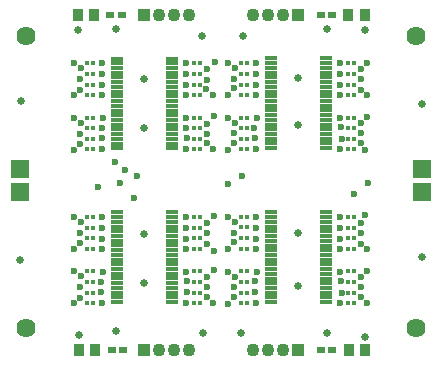
<source format=gts>
G04 Layer_Color=8388736*
%FSAX24Y24*%
%MOIN*%
G70*
G01*
G75*
%ADD27R,0.0138X0.0130*%
%ADD28R,0.0406X0.0130*%
%ADD29R,0.0354X0.0394*%
%ADD30R,0.0276X0.0236*%
%ADD31R,0.0630X0.0591*%
%ADD32C,0.0639*%
%ADD33R,0.0433X0.0433*%
%ADD34C,0.0433*%
%ADD35C,0.0236*%
%ADD36C,0.0256*%
D27*
X025403Y024117D02*
D03*
X025202D02*
D03*
X025403Y024467D02*
D03*
X025202D02*
D03*
X030537Y029246D02*
D03*
X030336D02*
D03*
X030537Y029596D02*
D03*
X030336D02*
D03*
X033926D02*
D03*
X034127D02*
D03*
X033926Y029236D02*
D03*
X034127D02*
D03*
X025403Y029243D02*
D03*
X025202D02*
D03*
X025403Y029593D02*
D03*
X025202D02*
D03*
X028792D02*
D03*
X028993D02*
D03*
X028792Y029233D02*
D03*
X028993D02*
D03*
X028792Y028883D02*
D03*
X028993D02*
D03*
X030537Y021950D02*
D03*
X030336D02*
D03*
X030537Y021600D02*
D03*
X030336D02*
D03*
X033926Y021600D02*
D03*
X034127D02*
D03*
X033926Y021950D02*
D03*
X034127D02*
D03*
X025403Y021947D02*
D03*
X025202D02*
D03*
X025403Y021597D02*
D03*
X025202D02*
D03*
X028792Y021597D02*
D03*
X028993D02*
D03*
X028792Y021947D02*
D03*
X028993D02*
D03*
X030537Y022310D02*
D03*
X030336D02*
D03*
X030537Y022660D02*
D03*
X030336D02*
D03*
X033926Y022660D02*
D03*
X034127D02*
D03*
X033926Y022310D02*
D03*
X034127D02*
D03*
X025403Y022307D02*
D03*
X025202D02*
D03*
X025403Y022657D02*
D03*
X025202D02*
D03*
X028792Y022657D02*
D03*
X028993D02*
D03*
X028792Y022307D02*
D03*
X028993D02*
D03*
X030537Y023760D02*
D03*
X030336D02*
D03*
X030537Y023410D02*
D03*
X030336D02*
D03*
X033926Y023410D02*
D03*
X034127D02*
D03*
X033926Y023760D02*
D03*
X034127D02*
D03*
X025403Y023757D02*
D03*
X025202D02*
D03*
X025403Y023407D02*
D03*
X025202D02*
D03*
X028792Y023407D02*
D03*
X028993D02*
D03*
X028792Y023757D02*
D03*
X028993D02*
D03*
X030537Y024120D02*
D03*
X030336D02*
D03*
X030537Y024470D02*
D03*
X030336D02*
D03*
X033926Y024470D02*
D03*
X034127D02*
D03*
X033926Y024110D02*
D03*
X034127D02*
D03*
X028792Y024467D02*
D03*
X028993D02*
D03*
X028792Y024107D02*
D03*
X028993D02*
D03*
X030537Y027076D02*
D03*
X030336D02*
D03*
X030537Y026726D02*
D03*
X030336D02*
D03*
X033926D02*
D03*
X034127D02*
D03*
X033926Y027076D02*
D03*
X034127D02*
D03*
X025403Y027073D02*
D03*
X025202D02*
D03*
X025403Y026723D02*
D03*
X025202D02*
D03*
X028792D02*
D03*
X028993D02*
D03*
X028792Y027073D02*
D03*
X028993D02*
D03*
X030537Y027436D02*
D03*
X030336D02*
D03*
X030537Y027786D02*
D03*
X030336D02*
D03*
X033926Y027786D02*
D03*
X034127D02*
D03*
X033926Y027436D02*
D03*
X034127D02*
D03*
X025403Y027433D02*
D03*
X025202D02*
D03*
X025403Y027783D02*
D03*
X025202D02*
D03*
X028792D02*
D03*
X028993D02*
D03*
X028792Y027433D02*
D03*
X028993D02*
D03*
X030537Y028886D02*
D03*
X030336D02*
D03*
X030537Y028536D02*
D03*
X030336D02*
D03*
X033926Y028536D02*
D03*
X034127D02*
D03*
X033926Y028886D02*
D03*
X034127D02*
D03*
X025403Y028883D02*
D03*
X025202D02*
D03*
X025403Y028533D02*
D03*
X025202D02*
D03*
X028792D02*
D03*
X028993D02*
D03*
D28*
X031340Y024622D02*
D03*
X033179D02*
D03*
X031340Y024464D02*
D03*
X033179D02*
D03*
X031340Y024307D02*
D03*
X033179D02*
D03*
X031340Y024149D02*
D03*
X033179D02*
D03*
X031340Y023992D02*
D03*
X033179D02*
D03*
X031340Y023834D02*
D03*
X033179D02*
D03*
X031340Y023677D02*
D03*
X033179D02*
D03*
X031340Y023519D02*
D03*
X033179D02*
D03*
X031340Y023362D02*
D03*
X033179D02*
D03*
X031340Y023204D02*
D03*
X033179D02*
D03*
X031340Y023047D02*
D03*
X033179D02*
D03*
X031340Y022889D02*
D03*
X033179D02*
D03*
X031340Y022732D02*
D03*
X033179D02*
D03*
X031340Y022574D02*
D03*
X033179D02*
D03*
X031340Y022417D02*
D03*
X033179D02*
D03*
X031340Y022259D02*
D03*
X033179D02*
D03*
X031340Y022102D02*
D03*
X033179D02*
D03*
X031340Y021944D02*
D03*
X033179D02*
D03*
X031340Y021787D02*
D03*
X033179D02*
D03*
X031340Y021630D02*
D03*
X033179D02*
D03*
X026206Y029752D02*
D03*
X028045D02*
D03*
X026206Y029594D02*
D03*
X028045D02*
D03*
X026206Y029437D02*
D03*
X028045D02*
D03*
X026206Y029279D02*
D03*
X028045D02*
D03*
X026206Y029122D02*
D03*
X028045D02*
D03*
X026206Y028964D02*
D03*
X028045D02*
D03*
X026206Y028807D02*
D03*
X028045D02*
D03*
X026206Y028649D02*
D03*
X028045D02*
D03*
X026206Y028492D02*
D03*
X028045D02*
D03*
X026206Y028334D02*
D03*
X028045D02*
D03*
X026206Y028177D02*
D03*
X028045D02*
D03*
X026206Y028019D02*
D03*
X028045D02*
D03*
X026206Y027862D02*
D03*
X028045D02*
D03*
X026206Y027704D02*
D03*
X028045D02*
D03*
X026206Y027547D02*
D03*
X028045D02*
D03*
X026206Y027389D02*
D03*
X028045D02*
D03*
X026206Y027232D02*
D03*
X028045D02*
D03*
X026206Y027074D02*
D03*
X028045D02*
D03*
X026206Y026917D02*
D03*
X028045D02*
D03*
X026206Y026759D02*
D03*
X028045D02*
D03*
X031340Y029756D02*
D03*
X033179D02*
D03*
X031340Y029598D02*
D03*
X033179D02*
D03*
X031340Y029441D02*
D03*
X033179D02*
D03*
X031340Y029283D02*
D03*
X033179D02*
D03*
X031340Y029126D02*
D03*
X033179D02*
D03*
X031340Y028968D02*
D03*
X033179D02*
D03*
X031340Y028811D02*
D03*
X033179D02*
D03*
X031340Y028653D02*
D03*
X033179D02*
D03*
X031340Y028496D02*
D03*
X033179D02*
D03*
X031340Y028338D02*
D03*
X033179D02*
D03*
X031340Y028181D02*
D03*
X033179D02*
D03*
X031340Y028023D02*
D03*
X033179D02*
D03*
X031340Y027866D02*
D03*
X033179D02*
D03*
X031340Y027708D02*
D03*
X033179D02*
D03*
X031340Y027551D02*
D03*
X033179D02*
D03*
X031340Y027393D02*
D03*
X033179D02*
D03*
X031340Y027236D02*
D03*
X033179D02*
D03*
X031340Y027078D02*
D03*
X033179D02*
D03*
X031340Y026921D02*
D03*
X033179D02*
D03*
X031340Y026763D02*
D03*
X033179D02*
D03*
X026206Y024626D02*
D03*
X028045D02*
D03*
X026206Y024468D02*
D03*
X028045D02*
D03*
X026206Y024311D02*
D03*
X028045D02*
D03*
X026206Y024153D02*
D03*
X028045D02*
D03*
X026206Y023996D02*
D03*
X028045D02*
D03*
X026206Y023838D02*
D03*
X028045D02*
D03*
X026206Y023681D02*
D03*
X028045D02*
D03*
X026206Y023523D02*
D03*
X028045D02*
D03*
X026206Y023366D02*
D03*
X028045D02*
D03*
X026206Y023208D02*
D03*
X028045D02*
D03*
X026206Y023051D02*
D03*
X028045D02*
D03*
X026206Y022893D02*
D03*
X028045D02*
D03*
X026206Y022736D02*
D03*
X028045D02*
D03*
X026206Y022578D02*
D03*
X028045D02*
D03*
X026206Y022421D02*
D03*
X028045D02*
D03*
X026206Y022263D02*
D03*
X028045D02*
D03*
X026206Y022106D02*
D03*
X028045D02*
D03*
X026206Y021948D02*
D03*
X028045D02*
D03*
X026206Y021791D02*
D03*
X028045D02*
D03*
X026206Y021633D02*
D03*
X028045D02*
D03*
D29*
X025458Y031203D02*
D03*
X024907D02*
D03*
X025498Y020053D02*
D03*
X024947D02*
D03*
X033947Y020033D02*
D03*
X034498D02*
D03*
X033927Y031213D02*
D03*
X034478D02*
D03*
D30*
X025986Y031203D02*
D03*
X026379D02*
D03*
X033399Y031203D02*
D03*
X033006D02*
D03*
X026036Y020053D02*
D03*
X026429D02*
D03*
X033399Y020033D02*
D03*
X033006D02*
D03*
D31*
X022983Y025299D02*
D03*
Y026086D02*
D03*
X036393D02*
D03*
Y025299D02*
D03*
D32*
X023196Y020771D02*
D03*
X036189D02*
D03*
Y030496D02*
D03*
X023196D02*
D03*
D33*
X027133Y031204D02*
D03*
X032252D02*
D03*
Y020043D02*
D03*
X027133D02*
D03*
D34*
X027633Y031204D02*
D03*
X028133D02*
D03*
X028633D02*
D03*
X031752D02*
D03*
X031252D02*
D03*
X030752D02*
D03*
X031752Y020043D02*
D03*
X031252D02*
D03*
X030752D02*
D03*
X027633D02*
D03*
X028133D02*
D03*
X028633D02*
D03*
D35*
X030773Y027440D02*
D03*
X030823Y027103D02*
D03*
X029213Y024273D02*
D03*
X030813Y022333D02*
D03*
X029463Y023343D02*
D03*
X029213Y023583D02*
D03*
Y022463D02*
D03*
X029203Y027583D02*
D03*
X029193Y028723D02*
D03*
X029483Y029643D02*
D03*
X029203Y029403D02*
D03*
X034103Y025223D02*
D03*
X034573Y025603D02*
D03*
X026793Y025093D02*
D03*
X025583Y025483D02*
D03*
X024783Y024463D02*
D03*
X029923Y025583D02*
D03*
X026333Y025593D02*
D03*
X026893Y025823D02*
D03*
X030383D02*
D03*
X026473Y026053D02*
D03*
X026153Y026293D02*
D03*
X030846Y021603D02*
D03*
X034488Y024521D02*
D03*
X034346Y023923D02*
D03*
X034488Y026695D02*
D03*
X030113Y021813D02*
D03*
X030103Y023623D02*
D03*
X030113Y028783D02*
D03*
X030123Y026943D02*
D03*
X034556Y021593D02*
D03*
X034336Y023583D02*
D03*
X034556Y023393D02*
D03*
X034336Y024273D02*
D03*
X029916Y021583D02*
D03*
X029906Y022653D02*
D03*
X030116Y022123D02*
D03*
X030146Y022483D02*
D03*
Y024293D02*
D03*
X030116Y023933D02*
D03*
X030846Y024463D02*
D03*
X033646Y023393D02*
D03*
X030846D02*
D03*
X029906Y024463D02*
D03*
X029916Y023393D02*
D03*
X030870Y022643D02*
D03*
X030823Y021969D02*
D03*
X033646Y021603D02*
D03*
X033716Y021943D02*
D03*
X034546Y022663D02*
D03*
X034347Y021811D02*
D03*
X034336Y022473D02*
D03*
X034346Y022123D02*
D03*
X033646Y022643D02*
D03*
X033674Y022321D02*
D03*
X033653Y023749D02*
D03*
X033646Y024463D02*
D03*
X033663Y024089D02*
D03*
X030846Y024103D02*
D03*
Y023743D02*
D03*
X028533Y024093D02*
D03*
X028523Y023753D02*
D03*
X028543Y022333D02*
D03*
X028563Y021983D02*
D03*
X028523Y021597D02*
D03*
X028513Y022647D02*
D03*
X025693Y022307D02*
D03*
X025693Y021973D02*
D03*
X025713Y021607D02*
D03*
X025736Y022647D02*
D03*
X024993Y023587D02*
D03*
X024783Y023397D02*
D03*
X025713D02*
D03*
X028513D02*
D03*
X025713Y024107D02*
D03*
X024983Y023937D02*
D03*
X025713Y023747D02*
D03*
X025013Y024297D02*
D03*
Y022487D02*
D03*
X024773Y022657D02*
D03*
X024993Y021777D02*
D03*
X024783Y021587D02*
D03*
X029453Y024503D02*
D03*
X029213Y023927D02*
D03*
X029443Y022703D02*
D03*
X029423Y021597D02*
D03*
X029213Y022127D02*
D03*
X029213Y021815D02*
D03*
X028513Y024467D02*
D03*
X025713D02*
D03*
X024983Y022127D02*
D03*
Y027253D02*
D03*
X028513Y026733D02*
D03*
X030846Y028876D02*
D03*
Y029236D02*
D03*
X033663Y029223D02*
D03*
X033646Y029596D02*
D03*
X025713Y029593D02*
D03*
X028513D02*
D03*
X033653Y028883D02*
D03*
X033674Y027455D02*
D03*
X033646Y027776D02*
D03*
X034346Y027256D02*
D03*
X034336Y027606D02*
D03*
X034347Y026945D02*
D03*
X034546Y027796D02*
D03*
X033716Y027076D02*
D03*
X033646Y026736D02*
D03*
X030846D02*
D03*
X030870Y027776D02*
D03*
X029916Y028526D02*
D03*
X029906Y029596D02*
D03*
X030846Y028526D02*
D03*
X033646D02*
D03*
X030846Y029596D02*
D03*
X030116Y029066D02*
D03*
X030146Y029426D02*
D03*
Y027616D02*
D03*
X030116Y027256D02*
D03*
X029906Y027786D02*
D03*
X029916Y026716D02*
D03*
X034336Y029406D02*
D03*
X034546Y029596D02*
D03*
X034556Y028526D02*
D03*
X034346Y029056D02*
D03*
X034336Y028716D02*
D03*
X028513Y027773D02*
D03*
X028523Y027433D02*
D03*
X028543Y027113D02*
D03*
X029213Y026941D02*
D03*
X029213Y027253D02*
D03*
X029423Y026723D02*
D03*
X029443Y027823D02*
D03*
X029213Y029053D02*
D03*
X029423Y028523D02*
D03*
X024783Y026713D02*
D03*
X024993Y026903D02*
D03*
X024773Y027783D02*
D03*
X025013Y027613D02*
D03*
Y029423D02*
D03*
X025713Y028873D02*
D03*
X024983Y029063D02*
D03*
X025736Y027773D02*
D03*
X028513Y029233D02*
D03*
Y028873D02*
D03*
X025713Y029233D02*
D03*
X028513Y028523D02*
D03*
X025713D02*
D03*
Y026733D02*
D03*
Y027103D02*
D03*
Y027443D02*
D03*
X024773Y029593D02*
D03*
X024783Y028523D02*
D03*
X024993Y028713D02*
D03*
D36*
X030403Y030513D02*
D03*
X026193Y030753D02*
D03*
X027133Y029083D02*
D03*
Y027453D02*
D03*
X033203Y030743D02*
D03*
X032243Y029113D02*
D03*
X032251Y027523D02*
D03*
X024907Y030687D02*
D03*
X034478Y030707D02*
D03*
X034498Y020468D02*
D03*
X033223Y020593D02*
D03*
X032252Y022173D02*
D03*
X032243Y023933D02*
D03*
X027133Y022273D02*
D03*
X027123Y023903D02*
D03*
X024947Y020528D02*
D03*
X026173Y020663D02*
D03*
X023003Y028343D02*
D03*
X022983Y023043D02*
D03*
X036383Y028223D02*
D03*
X036393Y023153D02*
D03*
X030353Y020593D02*
D03*
X029073D02*
D03*
X029063Y030513D02*
D03*
M02*

</source>
